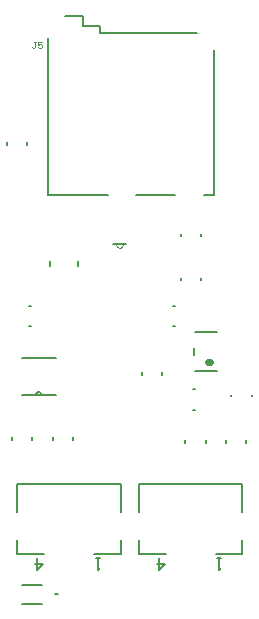
<source format=gto>
G04*
G04 #@! TF.GenerationSoftware,Altium Limited,Altium Designer,20.2.7 (254)*
G04*
G04 Layer_Color=65535*
%FSLAX25Y25*%
%MOIN*%
G70*
G04*
G04 #@! TF.SameCoordinates,4998CC98-4955-4D50-BC1E-778ED6EA16F9*
G04*
G04*
G04 #@! TF.FilePolarity,Positive*
G04*
G01*
G75*
%ADD10C,0.00787*%
%ADD11C,0.00000*%
%ADD12C,0.00600*%
%ADD13C,0.02362*%
%ADD14C,0.00591*%
%ADD15C,0.00500*%
%ADD16C,0.00394*%
D10*
X36122Y22080D02*
X35335D01*
X36122D01*
X63287Y35630D02*
X72146D01*
X88878D02*
X97736D01*
X63287Y49606D02*
Y58858D01*
Y35630D02*
Y40157D01*
X97736Y35630D02*
Y40157D01*
Y49606D02*
Y58858D01*
X63287D02*
X97736D01*
X22736Y35630D02*
X31594D01*
X48326D02*
X57184D01*
X22736Y49606D02*
Y58858D01*
Y35630D02*
Y40157D01*
X57184Y35630D02*
Y40157D01*
Y49606D02*
Y58858D01*
X22736D02*
X57184D01*
X50394Y209252D02*
X82481D01*
X50394D02*
Y211614D01*
X44488D02*
X50394D01*
X44488D02*
Y214961D01*
X33071Y155119D02*
Y207481D01*
X88190Y155119D02*
Y203544D01*
X84843Y155119D02*
X88190D01*
X62402D02*
X75394D01*
X33071D02*
X52953D01*
X38583Y214961D02*
X44488D01*
D11*
X55682Y138876D02*
X56033Y138027D01*
X56882Y137676D01*
X57731Y138027D01*
X58082Y138876D01*
D12*
X31023Y88387D02*
X30671Y89235D01*
X29823Y89587D01*
X28974Y89235D01*
X28623Y88387D01*
X54682Y138876D02*
X55682D01*
X58082D01*
X59082D01*
X24123Y100787D02*
X35523D01*
X24123Y88387D02*
X28623D01*
X31023D01*
X35523D01*
X69851Y34252D02*
Y30253D01*
X71850Y32253D01*
X69185D01*
X90748Y34252D02*
X89415D01*
X90082D01*
Y30253D01*
X90748Y30920D01*
X29299Y34252D02*
Y30253D01*
X31299Y32253D01*
X28633D01*
X50196Y34252D02*
X48863D01*
X49530D01*
Y30253D01*
X50196Y30920D01*
D13*
X87008Y99454D02*
X86221D01*
X87008D01*
D14*
X74455Y111420D02*
X75242D01*
X74455Y118113D02*
X75242D01*
X26476D02*
X27264D01*
X26476Y111420D02*
X27264D01*
X70866Y95374D02*
Y96161D01*
X64173Y95374D02*
Y96161D01*
X19276Y172028D02*
Y172815D01*
X25969Y172028D02*
Y172815D01*
X77165Y141437D02*
Y142224D01*
X83858Y141437D02*
Y142224D01*
X77165Y126772D02*
Y127559D01*
X83858Y126772D02*
Y127559D01*
X33748Y131697D02*
Y133272D01*
X42803Y131697D02*
Y133272D01*
X34645Y73622D02*
Y74410D01*
X41338Y73622D02*
Y74410D01*
X20768Y73622D02*
Y74410D01*
X27461Y73622D02*
Y74410D01*
X92126Y72638D02*
Y73425D01*
X98819Y72638D02*
Y73425D01*
X78740Y72638D02*
Y73425D01*
X85433Y72638D02*
Y73425D01*
X81398Y90453D02*
X81791D01*
X81398Y83563D02*
X81791D01*
X93996Y88190D02*
Y88583D01*
X100886Y88190D02*
Y88583D01*
X81595Y101816D02*
Y104179D01*
X82087Y96403D02*
X89174D01*
X82087Y109592D02*
X89174D01*
D15*
X24114Y25111D02*
X30807D01*
X24114Y19048D02*
X30807D01*
D16*
X28969Y206200D02*
X28313D01*
X28641D01*
Y204560D01*
X28313Y204232D01*
X27986D01*
X27657Y204560D01*
X30937Y206200D02*
X29625D01*
Y205216D01*
X30281Y205544D01*
X30609D01*
X30937Y205216D01*
Y204560D01*
X30609Y204232D01*
X29953D01*
X29625Y204560D01*
M02*

</source>
